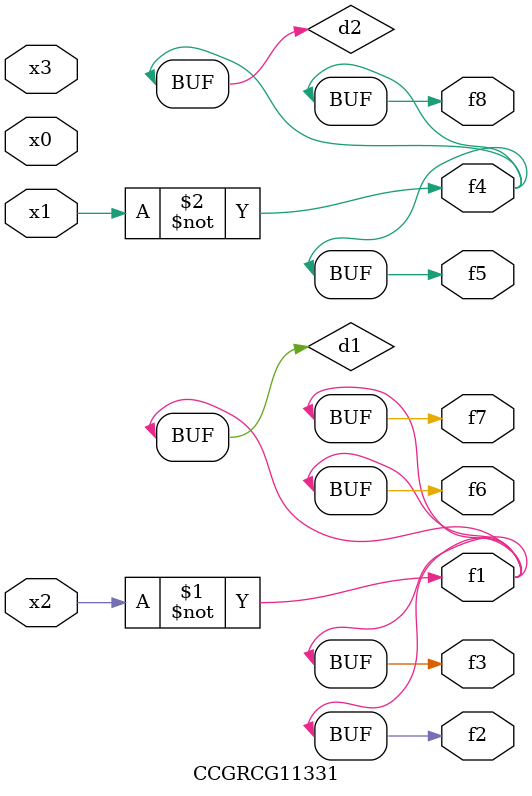
<source format=v>
module CCGRCG11331(
	input x0, x1, x2, x3,
	output f1, f2, f3, f4, f5, f6, f7, f8
);

	wire d1, d2;

	xnor (d1, x2);
	not (d2, x1);
	assign f1 = d1;
	assign f2 = d1;
	assign f3 = d1;
	assign f4 = d2;
	assign f5 = d2;
	assign f6 = d1;
	assign f7 = d1;
	assign f8 = d2;
endmodule

</source>
